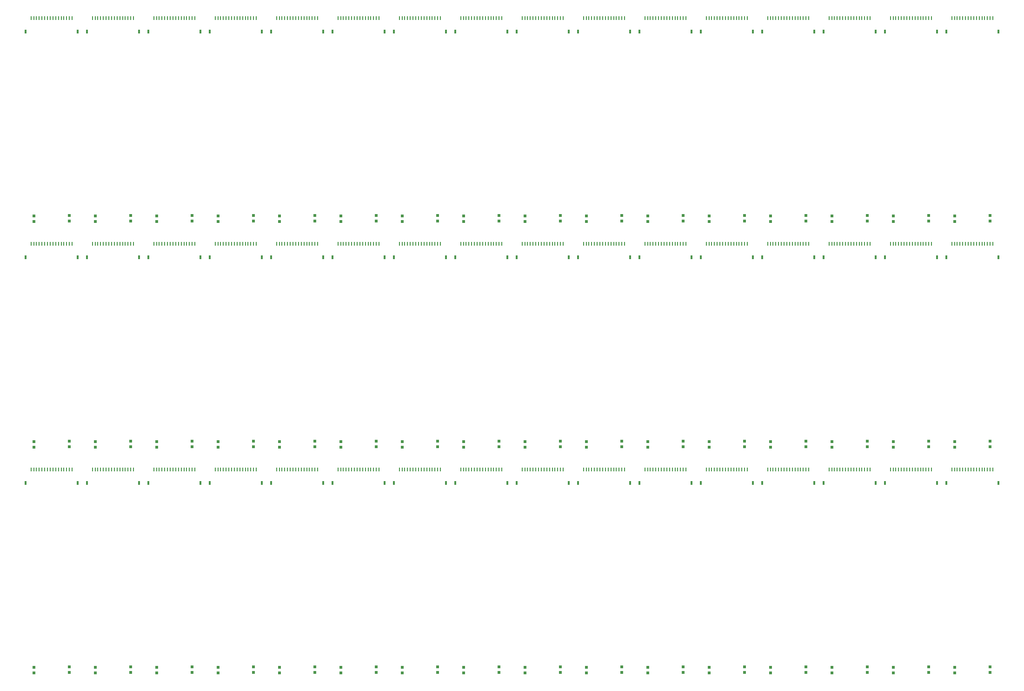
<source format=gbp>
G04 EAGLE Gerber RS-274X export*
G75*
%MOMM*%
%FSLAX34Y34*%
%LPD*%
%INSolderpaste Bottom*%
%IPPOS*%
%AMOC8*
5,1,8,0,0,1.08239X$1,22.5*%
G01*
%ADD10R,0.600000X0.600000*%
%ADD11R,0.400000X0.800000*%
%ADD12R,0.250000X0.650000*%


D10*
X20955Y28020D03*
X20955Y38020D03*
X85725Y28655D03*
X85725Y38655D03*
D11*
X100840Y373945D03*
D12*
X90840Y398945D03*
X85840Y398945D03*
D11*
X5840Y373945D03*
D12*
X80840Y398945D03*
X75840Y398945D03*
X70840Y398945D03*
X65840Y398945D03*
X60840Y398945D03*
X55840Y398945D03*
X50840Y398945D03*
X45840Y398945D03*
X40840Y398945D03*
X35840Y398945D03*
X30840Y398945D03*
X25840Y398945D03*
X20840Y398945D03*
X15840Y398945D03*
D10*
X132715Y28020D03*
X132715Y38020D03*
X197485Y28655D03*
X197485Y38655D03*
D11*
X212600Y373945D03*
D12*
X202600Y398945D03*
X197600Y398945D03*
D11*
X117600Y373945D03*
D12*
X192600Y398945D03*
X187600Y398945D03*
X182600Y398945D03*
X177600Y398945D03*
X172600Y398945D03*
X167600Y398945D03*
X162600Y398945D03*
X157600Y398945D03*
X152600Y398945D03*
X147600Y398945D03*
X142600Y398945D03*
X137600Y398945D03*
X132600Y398945D03*
X127600Y398945D03*
D10*
X244475Y28020D03*
X244475Y38020D03*
X309245Y28655D03*
X309245Y38655D03*
D11*
X324360Y373945D03*
D12*
X314360Y398945D03*
X309360Y398945D03*
D11*
X229360Y373945D03*
D12*
X304360Y398945D03*
X299360Y398945D03*
X294360Y398945D03*
X289360Y398945D03*
X284360Y398945D03*
X279360Y398945D03*
X274360Y398945D03*
X269360Y398945D03*
X264360Y398945D03*
X259360Y398945D03*
X254360Y398945D03*
X249360Y398945D03*
X244360Y398945D03*
X239360Y398945D03*
D10*
X356235Y28020D03*
X356235Y38020D03*
X421005Y28655D03*
X421005Y38655D03*
D11*
X436120Y373945D03*
D12*
X426120Y398945D03*
X421120Y398945D03*
D11*
X341120Y373945D03*
D12*
X416120Y398945D03*
X411120Y398945D03*
X406120Y398945D03*
X401120Y398945D03*
X396120Y398945D03*
X391120Y398945D03*
X386120Y398945D03*
X381120Y398945D03*
X376120Y398945D03*
X371120Y398945D03*
X366120Y398945D03*
X361120Y398945D03*
X356120Y398945D03*
X351120Y398945D03*
D10*
X467995Y28020D03*
X467995Y38020D03*
X532765Y28655D03*
X532765Y38655D03*
D11*
X547880Y373945D03*
D12*
X537880Y398945D03*
X532880Y398945D03*
D11*
X452880Y373945D03*
D12*
X527880Y398945D03*
X522880Y398945D03*
X517880Y398945D03*
X512880Y398945D03*
X507880Y398945D03*
X502880Y398945D03*
X497880Y398945D03*
X492880Y398945D03*
X487880Y398945D03*
X482880Y398945D03*
X477880Y398945D03*
X472880Y398945D03*
X467880Y398945D03*
X462880Y398945D03*
D10*
X579755Y28020D03*
X579755Y38020D03*
X644525Y28655D03*
X644525Y38655D03*
D11*
X659640Y373945D03*
D12*
X649640Y398945D03*
X644640Y398945D03*
D11*
X564640Y373945D03*
D12*
X639640Y398945D03*
X634640Y398945D03*
X629640Y398945D03*
X624640Y398945D03*
X619640Y398945D03*
X614640Y398945D03*
X609640Y398945D03*
X604640Y398945D03*
X599640Y398945D03*
X594640Y398945D03*
X589640Y398945D03*
X584640Y398945D03*
X579640Y398945D03*
X574640Y398945D03*
D10*
X691515Y28020D03*
X691515Y38020D03*
X756285Y28655D03*
X756285Y38655D03*
D11*
X771400Y373945D03*
D12*
X761400Y398945D03*
X756400Y398945D03*
D11*
X676400Y373945D03*
D12*
X751400Y398945D03*
X746400Y398945D03*
X741400Y398945D03*
X736400Y398945D03*
X731400Y398945D03*
X726400Y398945D03*
X721400Y398945D03*
X716400Y398945D03*
X711400Y398945D03*
X706400Y398945D03*
X701400Y398945D03*
X696400Y398945D03*
X691400Y398945D03*
X686400Y398945D03*
D10*
X803275Y28020D03*
X803275Y38020D03*
X868045Y28655D03*
X868045Y38655D03*
D11*
X883160Y373945D03*
D12*
X873160Y398945D03*
X868160Y398945D03*
D11*
X788160Y373945D03*
D12*
X863160Y398945D03*
X858160Y398945D03*
X853160Y398945D03*
X848160Y398945D03*
X843160Y398945D03*
X838160Y398945D03*
X833160Y398945D03*
X828160Y398945D03*
X823160Y398945D03*
X818160Y398945D03*
X813160Y398945D03*
X808160Y398945D03*
X803160Y398945D03*
X798160Y398945D03*
D10*
X915035Y28020D03*
X915035Y38020D03*
X979805Y28655D03*
X979805Y38655D03*
D11*
X994920Y373945D03*
D12*
X984920Y398945D03*
X979920Y398945D03*
D11*
X899920Y373945D03*
D12*
X974920Y398945D03*
X969920Y398945D03*
X964920Y398945D03*
X959920Y398945D03*
X954920Y398945D03*
X949920Y398945D03*
X944920Y398945D03*
X939920Y398945D03*
X934920Y398945D03*
X929920Y398945D03*
X924920Y398945D03*
X919920Y398945D03*
X914920Y398945D03*
X909920Y398945D03*
D10*
X1026795Y28020D03*
X1026795Y38020D03*
X1091565Y28655D03*
X1091565Y38655D03*
D11*
X1106680Y373945D03*
D12*
X1096680Y398945D03*
X1091680Y398945D03*
D11*
X1011680Y373945D03*
D12*
X1086680Y398945D03*
X1081680Y398945D03*
X1076680Y398945D03*
X1071680Y398945D03*
X1066680Y398945D03*
X1061680Y398945D03*
X1056680Y398945D03*
X1051680Y398945D03*
X1046680Y398945D03*
X1041680Y398945D03*
X1036680Y398945D03*
X1031680Y398945D03*
X1026680Y398945D03*
X1021680Y398945D03*
D10*
X1138555Y28020D03*
X1138555Y38020D03*
X1203325Y28655D03*
X1203325Y38655D03*
D11*
X1218440Y373945D03*
D12*
X1208440Y398945D03*
X1203440Y398945D03*
D11*
X1123440Y373945D03*
D12*
X1198440Y398945D03*
X1193440Y398945D03*
X1188440Y398945D03*
X1183440Y398945D03*
X1178440Y398945D03*
X1173440Y398945D03*
X1168440Y398945D03*
X1163440Y398945D03*
X1158440Y398945D03*
X1153440Y398945D03*
X1148440Y398945D03*
X1143440Y398945D03*
X1138440Y398945D03*
X1133440Y398945D03*
D10*
X1250315Y28020D03*
X1250315Y38020D03*
X1315085Y28655D03*
X1315085Y38655D03*
D11*
X1330200Y373945D03*
D12*
X1320200Y398945D03*
X1315200Y398945D03*
D11*
X1235200Y373945D03*
D12*
X1310200Y398945D03*
X1305200Y398945D03*
X1300200Y398945D03*
X1295200Y398945D03*
X1290200Y398945D03*
X1285200Y398945D03*
X1280200Y398945D03*
X1275200Y398945D03*
X1270200Y398945D03*
X1265200Y398945D03*
X1260200Y398945D03*
X1255200Y398945D03*
X1250200Y398945D03*
X1245200Y398945D03*
D10*
X1362075Y28020D03*
X1362075Y38020D03*
X1426845Y28655D03*
X1426845Y38655D03*
D11*
X1441960Y373945D03*
D12*
X1431960Y398945D03*
X1426960Y398945D03*
D11*
X1346960Y373945D03*
D12*
X1421960Y398945D03*
X1416960Y398945D03*
X1411960Y398945D03*
X1406960Y398945D03*
X1401960Y398945D03*
X1396960Y398945D03*
X1391960Y398945D03*
X1386960Y398945D03*
X1381960Y398945D03*
X1376960Y398945D03*
X1371960Y398945D03*
X1366960Y398945D03*
X1361960Y398945D03*
X1356960Y398945D03*
D10*
X1473835Y28020D03*
X1473835Y38020D03*
X1538605Y28655D03*
X1538605Y38655D03*
D11*
X1553720Y373945D03*
D12*
X1543720Y398945D03*
X1538720Y398945D03*
D11*
X1458720Y373945D03*
D12*
X1533720Y398945D03*
X1528720Y398945D03*
X1523720Y398945D03*
X1518720Y398945D03*
X1513720Y398945D03*
X1508720Y398945D03*
X1503720Y398945D03*
X1498720Y398945D03*
X1493720Y398945D03*
X1488720Y398945D03*
X1483720Y398945D03*
X1478720Y398945D03*
X1473720Y398945D03*
X1468720Y398945D03*
D10*
X1585595Y28020D03*
X1585595Y38020D03*
X1650365Y28655D03*
X1650365Y38655D03*
D11*
X1665480Y373945D03*
D12*
X1655480Y398945D03*
X1650480Y398945D03*
D11*
X1570480Y373945D03*
D12*
X1645480Y398945D03*
X1640480Y398945D03*
X1635480Y398945D03*
X1630480Y398945D03*
X1625480Y398945D03*
X1620480Y398945D03*
X1615480Y398945D03*
X1610480Y398945D03*
X1605480Y398945D03*
X1600480Y398945D03*
X1595480Y398945D03*
X1590480Y398945D03*
X1585480Y398945D03*
X1580480Y398945D03*
D10*
X1697355Y28020D03*
X1697355Y38020D03*
X1762125Y28655D03*
X1762125Y38655D03*
D11*
X1777240Y373945D03*
D12*
X1767240Y398945D03*
X1762240Y398945D03*
D11*
X1682240Y373945D03*
D12*
X1757240Y398945D03*
X1752240Y398945D03*
X1747240Y398945D03*
X1742240Y398945D03*
X1737240Y398945D03*
X1732240Y398945D03*
X1727240Y398945D03*
X1722240Y398945D03*
X1717240Y398945D03*
X1712240Y398945D03*
X1707240Y398945D03*
X1702240Y398945D03*
X1697240Y398945D03*
X1692240Y398945D03*
D10*
X20955Y439500D03*
X20955Y449500D03*
X85725Y440135D03*
X85725Y450135D03*
D11*
X100840Y785425D03*
D12*
X90840Y810425D03*
X85840Y810425D03*
D11*
X5840Y785425D03*
D12*
X80840Y810425D03*
X75840Y810425D03*
X70840Y810425D03*
X65840Y810425D03*
X60840Y810425D03*
X55840Y810425D03*
X50840Y810425D03*
X45840Y810425D03*
X40840Y810425D03*
X35840Y810425D03*
X30840Y810425D03*
X25840Y810425D03*
X20840Y810425D03*
X15840Y810425D03*
D10*
X132715Y439500D03*
X132715Y449500D03*
X197485Y440135D03*
X197485Y450135D03*
D11*
X212600Y785425D03*
D12*
X202600Y810425D03*
X197600Y810425D03*
D11*
X117600Y785425D03*
D12*
X192600Y810425D03*
X187600Y810425D03*
X182600Y810425D03*
X177600Y810425D03*
X172600Y810425D03*
X167600Y810425D03*
X162600Y810425D03*
X157600Y810425D03*
X152600Y810425D03*
X147600Y810425D03*
X142600Y810425D03*
X137600Y810425D03*
X132600Y810425D03*
X127600Y810425D03*
D10*
X244475Y439500D03*
X244475Y449500D03*
X309245Y440135D03*
X309245Y450135D03*
D11*
X324360Y785425D03*
D12*
X314360Y810425D03*
X309360Y810425D03*
D11*
X229360Y785425D03*
D12*
X304360Y810425D03*
X299360Y810425D03*
X294360Y810425D03*
X289360Y810425D03*
X284360Y810425D03*
X279360Y810425D03*
X274360Y810425D03*
X269360Y810425D03*
X264360Y810425D03*
X259360Y810425D03*
X254360Y810425D03*
X249360Y810425D03*
X244360Y810425D03*
X239360Y810425D03*
D10*
X356235Y439500D03*
X356235Y449500D03*
X421005Y440135D03*
X421005Y450135D03*
D11*
X436120Y785425D03*
D12*
X426120Y810425D03*
X421120Y810425D03*
D11*
X341120Y785425D03*
D12*
X416120Y810425D03*
X411120Y810425D03*
X406120Y810425D03*
X401120Y810425D03*
X396120Y810425D03*
X391120Y810425D03*
X386120Y810425D03*
X381120Y810425D03*
X376120Y810425D03*
X371120Y810425D03*
X366120Y810425D03*
X361120Y810425D03*
X356120Y810425D03*
X351120Y810425D03*
D10*
X467995Y439500D03*
X467995Y449500D03*
X532765Y440135D03*
X532765Y450135D03*
D11*
X547880Y785425D03*
D12*
X537880Y810425D03*
X532880Y810425D03*
D11*
X452880Y785425D03*
D12*
X527880Y810425D03*
X522880Y810425D03*
X517880Y810425D03*
X512880Y810425D03*
X507880Y810425D03*
X502880Y810425D03*
X497880Y810425D03*
X492880Y810425D03*
X487880Y810425D03*
X482880Y810425D03*
X477880Y810425D03*
X472880Y810425D03*
X467880Y810425D03*
X462880Y810425D03*
D10*
X579755Y439500D03*
X579755Y449500D03*
X644525Y440135D03*
X644525Y450135D03*
D11*
X659640Y785425D03*
D12*
X649640Y810425D03*
X644640Y810425D03*
D11*
X564640Y785425D03*
D12*
X639640Y810425D03*
X634640Y810425D03*
X629640Y810425D03*
X624640Y810425D03*
X619640Y810425D03*
X614640Y810425D03*
X609640Y810425D03*
X604640Y810425D03*
X599640Y810425D03*
X594640Y810425D03*
X589640Y810425D03*
X584640Y810425D03*
X579640Y810425D03*
X574640Y810425D03*
D10*
X691515Y439500D03*
X691515Y449500D03*
X756285Y440135D03*
X756285Y450135D03*
D11*
X771400Y785425D03*
D12*
X761400Y810425D03*
X756400Y810425D03*
D11*
X676400Y785425D03*
D12*
X751400Y810425D03*
X746400Y810425D03*
X741400Y810425D03*
X736400Y810425D03*
X731400Y810425D03*
X726400Y810425D03*
X721400Y810425D03*
X716400Y810425D03*
X711400Y810425D03*
X706400Y810425D03*
X701400Y810425D03*
X696400Y810425D03*
X691400Y810425D03*
X686400Y810425D03*
D10*
X803275Y439500D03*
X803275Y449500D03*
X868045Y440135D03*
X868045Y450135D03*
D11*
X883160Y785425D03*
D12*
X873160Y810425D03*
X868160Y810425D03*
D11*
X788160Y785425D03*
D12*
X863160Y810425D03*
X858160Y810425D03*
X853160Y810425D03*
X848160Y810425D03*
X843160Y810425D03*
X838160Y810425D03*
X833160Y810425D03*
X828160Y810425D03*
X823160Y810425D03*
X818160Y810425D03*
X813160Y810425D03*
X808160Y810425D03*
X803160Y810425D03*
X798160Y810425D03*
D10*
X915035Y439500D03*
X915035Y449500D03*
X979805Y440135D03*
X979805Y450135D03*
D11*
X994920Y785425D03*
D12*
X984920Y810425D03*
X979920Y810425D03*
D11*
X899920Y785425D03*
D12*
X974920Y810425D03*
X969920Y810425D03*
X964920Y810425D03*
X959920Y810425D03*
X954920Y810425D03*
X949920Y810425D03*
X944920Y810425D03*
X939920Y810425D03*
X934920Y810425D03*
X929920Y810425D03*
X924920Y810425D03*
X919920Y810425D03*
X914920Y810425D03*
X909920Y810425D03*
D10*
X1026795Y439500D03*
X1026795Y449500D03*
X1091565Y440135D03*
X1091565Y450135D03*
D11*
X1106680Y785425D03*
D12*
X1096680Y810425D03*
X1091680Y810425D03*
D11*
X1011680Y785425D03*
D12*
X1086680Y810425D03*
X1081680Y810425D03*
X1076680Y810425D03*
X1071680Y810425D03*
X1066680Y810425D03*
X1061680Y810425D03*
X1056680Y810425D03*
X1051680Y810425D03*
X1046680Y810425D03*
X1041680Y810425D03*
X1036680Y810425D03*
X1031680Y810425D03*
X1026680Y810425D03*
X1021680Y810425D03*
D10*
X1138555Y439500D03*
X1138555Y449500D03*
X1203325Y440135D03*
X1203325Y450135D03*
D11*
X1218440Y785425D03*
D12*
X1208440Y810425D03*
X1203440Y810425D03*
D11*
X1123440Y785425D03*
D12*
X1198440Y810425D03*
X1193440Y810425D03*
X1188440Y810425D03*
X1183440Y810425D03*
X1178440Y810425D03*
X1173440Y810425D03*
X1168440Y810425D03*
X1163440Y810425D03*
X1158440Y810425D03*
X1153440Y810425D03*
X1148440Y810425D03*
X1143440Y810425D03*
X1138440Y810425D03*
X1133440Y810425D03*
D10*
X1250315Y439500D03*
X1250315Y449500D03*
X1315085Y440135D03*
X1315085Y450135D03*
D11*
X1330200Y785425D03*
D12*
X1320200Y810425D03*
X1315200Y810425D03*
D11*
X1235200Y785425D03*
D12*
X1310200Y810425D03*
X1305200Y810425D03*
X1300200Y810425D03*
X1295200Y810425D03*
X1290200Y810425D03*
X1285200Y810425D03*
X1280200Y810425D03*
X1275200Y810425D03*
X1270200Y810425D03*
X1265200Y810425D03*
X1260200Y810425D03*
X1255200Y810425D03*
X1250200Y810425D03*
X1245200Y810425D03*
D10*
X1362075Y439500D03*
X1362075Y449500D03*
X1426845Y440135D03*
X1426845Y450135D03*
D11*
X1441960Y785425D03*
D12*
X1431960Y810425D03*
X1426960Y810425D03*
D11*
X1346960Y785425D03*
D12*
X1421960Y810425D03*
X1416960Y810425D03*
X1411960Y810425D03*
X1406960Y810425D03*
X1401960Y810425D03*
X1396960Y810425D03*
X1391960Y810425D03*
X1386960Y810425D03*
X1381960Y810425D03*
X1376960Y810425D03*
X1371960Y810425D03*
X1366960Y810425D03*
X1361960Y810425D03*
X1356960Y810425D03*
D10*
X1473835Y439500D03*
X1473835Y449500D03*
X1538605Y440135D03*
X1538605Y450135D03*
D11*
X1553720Y785425D03*
D12*
X1543720Y810425D03*
X1538720Y810425D03*
D11*
X1458720Y785425D03*
D12*
X1533720Y810425D03*
X1528720Y810425D03*
X1523720Y810425D03*
X1518720Y810425D03*
X1513720Y810425D03*
X1508720Y810425D03*
X1503720Y810425D03*
X1498720Y810425D03*
X1493720Y810425D03*
X1488720Y810425D03*
X1483720Y810425D03*
X1478720Y810425D03*
X1473720Y810425D03*
X1468720Y810425D03*
D10*
X1585595Y439500D03*
X1585595Y449500D03*
X1650365Y440135D03*
X1650365Y450135D03*
D11*
X1665480Y785425D03*
D12*
X1655480Y810425D03*
X1650480Y810425D03*
D11*
X1570480Y785425D03*
D12*
X1645480Y810425D03*
X1640480Y810425D03*
X1635480Y810425D03*
X1630480Y810425D03*
X1625480Y810425D03*
X1620480Y810425D03*
X1615480Y810425D03*
X1610480Y810425D03*
X1605480Y810425D03*
X1600480Y810425D03*
X1595480Y810425D03*
X1590480Y810425D03*
X1585480Y810425D03*
X1580480Y810425D03*
D10*
X1697355Y439500D03*
X1697355Y449500D03*
X1762125Y440135D03*
X1762125Y450135D03*
D11*
X1777240Y785425D03*
D12*
X1767240Y810425D03*
X1762240Y810425D03*
D11*
X1682240Y785425D03*
D12*
X1757240Y810425D03*
X1752240Y810425D03*
X1747240Y810425D03*
X1742240Y810425D03*
X1737240Y810425D03*
X1732240Y810425D03*
X1727240Y810425D03*
X1722240Y810425D03*
X1717240Y810425D03*
X1712240Y810425D03*
X1707240Y810425D03*
X1702240Y810425D03*
X1697240Y810425D03*
X1692240Y810425D03*
D10*
X20955Y850980D03*
X20955Y860980D03*
X85725Y851615D03*
X85725Y861615D03*
D11*
X100840Y1196905D03*
D12*
X90840Y1221905D03*
X85840Y1221905D03*
D11*
X5840Y1196905D03*
D12*
X80840Y1221905D03*
X75840Y1221905D03*
X70840Y1221905D03*
X65840Y1221905D03*
X60840Y1221905D03*
X55840Y1221905D03*
X50840Y1221905D03*
X45840Y1221905D03*
X40840Y1221905D03*
X35840Y1221905D03*
X30840Y1221905D03*
X25840Y1221905D03*
X20840Y1221905D03*
X15840Y1221905D03*
D10*
X132715Y850980D03*
X132715Y860980D03*
X197485Y851615D03*
X197485Y861615D03*
D11*
X212600Y1196905D03*
D12*
X202600Y1221905D03*
X197600Y1221905D03*
D11*
X117600Y1196905D03*
D12*
X192600Y1221905D03*
X187600Y1221905D03*
X182600Y1221905D03*
X177600Y1221905D03*
X172600Y1221905D03*
X167600Y1221905D03*
X162600Y1221905D03*
X157600Y1221905D03*
X152600Y1221905D03*
X147600Y1221905D03*
X142600Y1221905D03*
X137600Y1221905D03*
X132600Y1221905D03*
X127600Y1221905D03*
D10*
X244475Y850980D03*
X244475Y860980D03*
X309245Y851615D03*
X309245Y861615D03*
D11*
X324360Y1196905D03*
D12*
X314360Y1221905D03*
X309360Y1221905D03*
D11*
X229360Y1196905D03*
D12*
X304360Y1221905D03*
X299360Y1221905D03*
X294360Y1221905D03*
X289360Y1221905D03*
X284360Y1221905D03*
X279360Y1221905D03*
X274360Y1221905D03*
X269360Y1221905D03*
X264360Y1221905D03*
X259360Y1221905D03*
X254360Y1221905D03*
X249360Y1221905D03*
X244360Y1221905D03*
X239360Y1221905D03*
D10*
X356235Y850980D03*
X356235Y860980D03*
X421005Y851615D03*
X421005Y861615D03*
D11*
X436120Y1196905D03*
D12*
X426120Y1221905D03*
X421120Y1221905D03*
D11*
X341120Y1196905D03*
D12*
X416120Y1221905D03*
X411120Y1221905D03*
X406120Y1221905D03*
X401120Y1221905D03*
X396120Y1221905D03*
X391120Y1221905D03*
X386120Y1221905D03*
X381120Y1221905D03*
X376120Y1221905D03*
X371120Y1221905D03*
X366120Y1221905D03*
X361120Y1221905D03*
X356120Y1221905D03*
X351120Y1221905D03*
D10*
X467995Y850980D03*
X467995Y860980D03*
X532765Y851615D03*
X532765Y861615D03*
D11*
X547880Y1196905D03*
D12*
X537880Y1221905D03*
X532880Y1221905D03*
D11*
X452880Y1196905D03*
D12*
X527880Y1221905D03*
X522880Y1221905D03*
X517880Y1221905D03*
X512880Y1221905D03*
X507880Y1221905D03*
X502880Y1221905D03*
X497880Y1221905D03*
X492880Y1221905D03*
X487880Y1221905D03*
X482880Y1221905D03*
X477880Y1221905D03*
X472880Y1221905D03*
X467880Y1221905D03*
X462880Y1221905D03*
D10*
X579755Y850980D03*
X579755Y860980D03*
X644525Y851615D03*
X644525Y861615D03*
D11*
X659640Y1196905D03*
D12*
X649640Y1221905D03*
X644640Y1221905D03*
D11*
X564640Y1196905D03*
D12*
X639640Y1221905D03*
X634640Y1221905D03*
X629640Y1221905D03*
X624640Y1221905D03*
X619640Y1221905D03*
X614640Y1221905D03*
X609640Y1221905D03*
X604640Y1221905D03*
X599640Y1221905D03*
X594640Y1221905D03*
X589640Y1221905D03*
X584640Y1221905D03*
X579640Y1221905D03*
X574640Y1221905D03*
D10*
X691515Y850980D03*
X691515Y860980D03*
X756285Y851615D03*
X756285Y861615D03*
D11*
X771400Y1196905D03*
D12*
X761400Y1221905D03*
X756400Y1221905D03*
D11*
X676400Y1196905D03*
D12*
X751400Y1221905D03*
X746400Y1221905D03*
X741400Y1221905D03*
X736400Y1221905D03*
X731400Y1221905D03*
X726400Y1221905D03*
X721400Y1221905D03*
X716400Y1221905D03*
X711400Y1221905D03*
X706400Y1221905D03*
X701400Y1221905D03*
X696400Y1221905D03*
X691400Y1221905D03*
X686400Y1221905D03*
D10*
X803275Y850980D03*
X803275Y860980D03*
X868045Y851615D03*
X868045Y861615D03*
D11*
X883160Y1196905D03*
D12*
X873160Y1221905D03*
X868160Y1221905D03*
D11*
X788160Y1196905D03*
D12*
X863160Y1221905D03*
X858160Y1221905D03*
X853160Y1221905D03*
X848160Y1221905D03*
X843160Y1221905D03*
X838160Y1221905D03*
X833160Y1221905D03*
X828160Y1221905D03*
X823160Y1221905D03*
X818160Y1221905D03*
X813160Y1221905D03*
X808160Y1221905D03*
X803160Y1221905D03*
X798160Y1221905D03*
D10*
X915035Y850980D03*
X915035Y860980D03*
X979805Y851615D03*
X979805Y861615D03*
D11*
X994920Y1196905D03*
D12*
X984920Y1221905D03*
X979920Y1221905D03*
D11*
X899920Y1196905D03*
D12*
X974920Y1221905D03*
X969920Y1221905D03*
X964920Y1221905D03*
X959920Y1221905D03*
X954920Y1221905D03*
X949920Y1221905D03*
X944920Y1221905D03*
X939920Y1221905D03*
X934920Y1221905D03*
X929920Y1221905D03*
X924920Y1221905D03*
X919920Y1221905D03*
X914920Y1221905D03*
X909920Y1221905D03*
D10*
X1026795Y850980D03*
X1026795Y860980D03*
X1091565Y851615D03*
X1091565Y861615D03*
D11*
X1106680Y1196905D03*
D12*
X1096680Y1221905D03*
X1091680Y1221905D03*
D11*
X1011680Y1196905D03*
D12*
X1086680Y1221905D03*
X1081680Y1221905D03*
X1076680Y1221905D03*
X1071680Y1221905D03*
X1066680Y1221905D03*
X1061680Y1221905D03*
X1056680Y1221905D03*
X1051680Y1221905D03*
X1046680Y1221905D03*
X1041680Y1221905D03*
X1036680Y1221905D03*
X1031680Y1221905D03*
X1026680Y1221905D03*
X1021680Y1221905D03*
D10*
X1138555Y850980D03*
X1138555Y860980D03*
X1203325Y851615D03*
X1203325Y861615D03*
D11*
X1218440Y1196905D03*
D12*
X1208440Y1221905D03*
X1203440Y1221905D03*
D11*
X1123440Y1196905D03*
D12*
X1198440Y1221905D03*
X1193440Y1221905D03*
X1188440Y1221905D03*
X1183440Y1221905D03*
X1178440Y1221905D03*
X1173440Y1221905D03*
X1168440Y1221905D03*
X1163440Y1221905D03*
X1158440Y1221905D03*
X1153440Y1221905D03*
X1148440Y1221905D03*
X1143440Y1221905D03*
X1138440Y1221905D03*
X1133440Y1221905D03*
D10*
X1250315Y850980D03*
X1250315Y860980D03*
X1315085Y851615D03*
X1315085Y861615D03*
D11*
X1330200Y1196905D03*
D12*
X1320200Y1221905D03*
X1315200Y1221905D03*
D11*
X1235200Y1196905D03*
D12*
X1310200Y1221905D03*
X1305200Y1221905D03*
X1300200Y1221905D03*
X1295200Y1221905D03*
X1290200Y1221905D03*
X1285200Y1221905D03*
X1280200Y1221905D03*
X1275200Y1221905D03*
X1270200Y1221905D03*
X1265200Y1221905D03*
X1260200Y1221905D03*
X1255200Y1221905D03*
X1250200Y1221905D03*
X1245200Y1221905D03*
D10*
X1362075Y850980D03*
X1362075Y860980D03*
X1426845Y851615D03*
X1426845Y861615D03*
D11*
X1441960Y1196905D03*
D12*
X1431960Y1221905D03*
X1426960Y1221905D03*
D11*
X1346960Y1196905D03*
D12*
X1421960Y1221905D03*
X1416960Y1221905D03*
X1411960Y1221905D03*
X1406960Y1221905D03*
X1401960Y1221905D03*
X1396960Y1221905D03*
X1391960Y1221905D03*
X1386960Y1221905D03*
X1381960Y1221905D03*
X1376960Y1221905D03*
X1371960Y1221905D03*
X1366960Y1221905D03*
X1361960Y1221905D03*
X1356960Y1221905D03*
D10*
X1473835Y850980D03*
X1473835Y860980D03*
X1538605Y851615D03*
X1538605Y861615D03*
D11*
X1553720Y1196905D03*
D12*
X1543720Y1221905D03*
X1538720Y1221905D03*
D11*
X1458720Y1196905D03*
D12*
X1533720Y1221905D03*
X1528720Y1221905D03*
X1523720Y1221905D03*
X1518720Y1221905D03*
X1513720Y1221905D03*
X1508720Y1221905D03*
X1503720Y1221905D03*
X1498720Y1221905D03*
X1493720Y1221905D03*
X1488720Y1221905D03*
X1483720Y1221905D03*
X1478720Y1221905D03*
X1473720Y1221905D03*
X1468720Y1221905D03*
D10*
X1585595Y850980D03*
X1585595Y860980D03*
X1650365Y851615D03*
X1650365Y861615D03*
D11*
X1665480Y1196905D03*
D12*
X1655480Y1221905D03*
X1650480Y1221905D03*
D11*
X1570480Y1196905D03*
D12*
X1645480Y1221905D03*
X1640480Y1221905D03*
X1635480Y1221905D03*
X1630480Y1221905D03*
X1625480Y1221905D03*
X1620480Y1221905D03*
X1615480Y1221905D03*
X1610480Y1221905D03*
X1605480Y1221905D03*
X1600480Y1221905D03*
X1595480Y1221905D03*
X1590480Y1221905D03*
X1585480Y1221905D03*
X1580480Y1221905D03*
D10*
X1697355Y850980D03*
X1697355Y860980D03*
X1762125Y851615D03*
X1762125Y861615D03*
D11*
X1777240Y1196905D03*
D12*
X1767240Y1221905D03*
X1762240Y1221905D03*
D11*
X1682240Y1196905D03*
D12*
X1757240Y1221905D03*
X1752240Y1221905D03*
X1747240Y1221905D03*
X1742240Y1221905D03*
X1737240Y1221905D03*
X1732240Y1221905D03*
X1727240Y1221905D03*
X1722240Y1221905D03*
X1717240Y1221905D03*
X1712240Y1221905D03*
X1707240Y1221905D03*
X1702240Y1221905D03*
X1697240Y1221905D03*
X1692240Y1221905D03*
M02*

</source>
